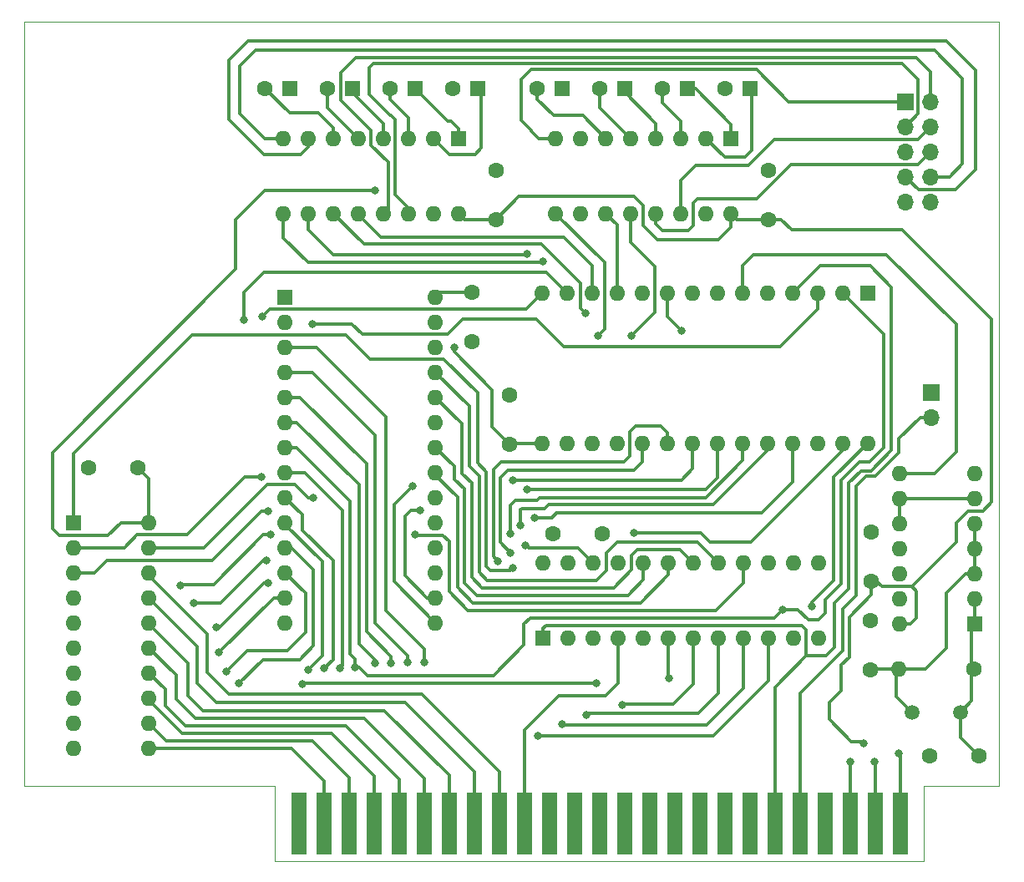
<source format=gbr>
%TF.GenerationSoftware,KiCad,Pcbnew,(6.0.2)*%
%TF.CreationDate,2022-07-07T08:16:39-05:00*%
%TF.ProjectId,ssc,7373632e-6b69-4636-9164-5f7063625858,rev?*%
%TF.SameCoordinates,Original*%
%TF.FileFunction,Copper,L2,Bot*%
%TF.FilePolarity,Positive*%
%FSLAX46Y46*%
G04 Gerber Fmt 4.6, Leading zero omitted, Abs format (unit mm)*
G04 Created by KiCad (PCBNEW (6.0.2)) date 2022-07-07 08:16:39*
%MOMM*%
%LPD*%
G01*
G04 APERTURE LIST*
%TA.AperFunction,Profile*%
%ADD10C,0.050000*%
%TD*%
%TA.AperFunction,ComponentPad*%
%ADD11R,1.700000X1.700000*%
%TD*%
%TA.AperFunction,ComponentPad*%
%ADD12O,1.700000X1.700000*%
%TD*%
%TA.AperFunction,ComponentPad*%
%ADD13R,1.600000X1.600000*%
%TD*%
%TA.AperFunction,ComponentPad*%
%ADD14O,1.600000X1.600000*%
%TD*%
%TA.AperFunction,ComponentPad*%
%ADD15C,1.600000*%
%TD*%
%TA.AperFunction,SMDPad,CuDef*%
%ADD16R,1.524000X6.350000*%
%TD*%
%TA.AperFunction,ComponentPad*%
%ADD17C,1.500000*%
%TD*%
%TA.AperFunction,ViaPad*%
%ADD18C,0.800000*%
%TD*%
%TA.AperFunction,Conductor*%
%ADD19C,0.350000*%
%TD*%
G04 APERTURE END LIST*
D10*
X127000000Y-127000000D02*
X192786000Y-127000000D01*
X192786000Y-119380000D02*
X200406000Y-119380000D01*
X127000000Y-119380000D02*
X127000000Y-127000000D01*
X101600000Y-41910000D02*
X101600000Y-119380000D01*
X101600000Y-41910000D02*
X200406000Y-41910000D01*
X101600000Y-119380000D02*
X127000000Y-119380000D01*
X200406000Y-41910000D02*
X200406000Y-119380000D01*
X192786000Y-119380000D02*
X192786000Y-127000000D01*
D11*
%TO.P,J2,1,DCD*%
%TO.N,Net-(J2-Pad1)*%
X190881000Y-50038000D03*
D12*
%TO.P,J2,2,RxD*%
%TO.N,Net-(J2-Pad2)*%
X193421000Y-50038000D03*
%TO.P,J2,3,TxD*%
%TO.N,Net-(J2-Pad3)*%
X190881000Y-52578000D03*
%TO.P,J2,4,DTR*%
%TO.N,Net-(J2-Pad4)*%
X193421000Y-52578000D03*
%TO.P,J2,5,GND*%
%TO.N,GND*%
X190881000Y-55118000D03*
%TO.P,J2,6,DSR*%
%TO.N,Net-(J2-Pad6)*%
X193421000Y-55118000D03*
%TO.P,J2,7,RTS*%
%TO.N,Net-(J2-Pad7)*%
X190881000Y-57658000D03*
%TO.P,J2,8,CTS*%
%TO.N,Net-(J2-Pad8)*%
X193421000Y-57658000D03*
%TO.P,J2,9,RI*%
%TO.N,unconnected-(J2-Pad9)*%
X190881000Y-60198000D03*
%TO.P,J2,10*%
%TO.N,N/C*%
X193421000Y-60198000D03*
%TD*%
D13*
%TO.P,U1,1,A->B*%
%TO.N,R~{W}*%
X106553000Y-92710000D03*
D14*
%TO.P,U1,2,A0*%
%TO.N,D7*%
X106553000Y-95250000D03*
%TO.P,U1,3,A1*%
%TO.N,D6*%
X106553000Y-97790000D03*
%TO.P,U1,4,A2*%
%TO.N,D5*%
X106553000Y-100330000D03*
%TO.P,U1,5,A3*%
%TO.N,D4*%
X106553000Y-102870000D03*
%TO.P,U1,6,A4*%
%TO.N,D3*%
X106553000Y-105410000D03*
%TO.P,U1,7,A5*%
%TO.N,D2*%
X106553000Y-107950000D03*
%TO.P,U1,8,A6*%
%TO.N,D1*%
X106553000Y-110490000D03*
%TO.P,U1,9,A7*%
%TO.N,D0*%
X106553000Y-113030000D03*
%TO.P,U1,10,GND*%
%TO.N,GND*%
X106553000Y-115570000D03*
%TO.P,U1,11,B7*%
%TO.N,MD0*%
X114173000Y-115570000D03*
%TO.P,U1,12,B6*%
%TO.N,MD1*%
X114173000Y-113030000D03*
%TO.P,U1,13,B5*%
%TO.N,MD2*%
X114173000Y-110490000D03*
%TO.P,U1,14,B4*%
%TO.N,MD3*%
X114173000Y-107950000D03*
%TO.P,U1,15,B3*%
%TO.N,MD4*%
X114173000Y-105410000D03*
%TO.P,U1,16,B2*%
%TO.N,MD5*%
X114173000Y-102870000D03*
%TO.P,U1,17,B1*%
%TO.N,MD6*%
X114173000Y-100330000D03*
%TO.P,U1,18,B0*%
%TO.N,MD7*%
X114173000Y-97790000D03*
%TO.P,U1,19,CE*%
%TO.N,~{LATCHCE}*%
X114173000Y-95250000D03*
%TO.P,U1,20,VCC*%
%TO.N,+5V*%
X114173000Y-92710000D03*
%TD*%
D13*
%TO.P,U2,1,A14*%
%TO.N,GND*%
X128016000Y-69850000D03*
D14*
%TO.P,U2,2,A12*%
X128016000Y-72390000D03*
%TO.P,U2,3,A7*%
%TO.N,A7*%
X128016000Y-74930000D03*
%TO.P,U2,4,A6*%
%TO.N,A6*%
X128016000Y-77470000D03*
%TO.P,U2,5,A5*%
%TO.N,A5*%
X128016000Y-80010000D03*
%TO.P,U2,6,A4*%
%TO.N,A4*%
X128016000Y-82550000D03*
%TO.P,U2,7,A3*%
%TO.N,A3*%
X128016000Y-85090000D03*
%TO.P,U2,8,A2*%
%TO.N,A2*%
X128016000Y-87630000D03*
%TO.P,U2,9,A1*%
%TO.N,A1*%
X128016000Y-90170000D03*
%TO.P,U2,10,A0*%
%TO.N,A0*%
X128016000Y-92710000D03*
%TO.P,U2,11,D0*%
%TO.N,D0*%
X128016000Y-95250000D03*
%TO.P,U2,12,D1*%
%TO.N,D1*%
X128016000Y-97790000D03*
%TO.P,U2,13,D2*%
%TO.N,D2*%
X128016000Y-100330000D03*
%TO.P,U2,14,GND*%
%TO.N,GND*%
X128016000Y-102870000D03*
%TO.P,U2,15,D3*%
%TO.N,D3*%
X143256000Y-102870000D03*
%TO.P,U2,16,D4*%
%TO.N,D4*%
X143256000Y-100330000D03*
%TO.P,U2,17,D5*%
%TO.N,D5*%
X143256000Y-97790000D03*
%TO.P,U2,18,D6*%
%TO.N,D6*%
X143256000Y-95250000D03*
%TO.P,U2,19,D7*%
%TO.N,D7*%
X143256000Y-92710000D03*
%TO.P,U2,20,~{CS}*%
%TO.N,GND*%
X143256000Y-90170000D03*
%TO.P,U2,21,A10*%
%TO.N,ROMA10*%
X143256000Y-87630000D03*
%TO.P,U2,22,~{OE}*%
%TO.N,~{ROMOE}*%
X143256000Y-85090000D03*
%TO.P,U2,23,A11*%
%TO.N,GND*%
X143256000Y-82550000D03*
%TO.P,U2,24,A9*%
%TO.N,ROMA9*%
X143256000Y-80010000D03*
%TO.P,U2,25,A8*%
%TO.N,ROMA8*%
X143256000Y-77470000D03*
%TO.P,U2,26,A13*%
%TO.N,GND*%
X143256000Y-74930000D03*
%TO.P,U2,27,~{WE}*%
%TO.N,+5V*%
X143256000Y-72390000D03*
%TO.P,U2,28,VCC*%
X143256000Y-69850000D03*
%TD*%
D13*
%TO.P,U7,1,C1+*%
%TO.N,Net-(C10-Pad1)*%
X173228000Y-53784500D03*
D14*
%TO.P,U7,2,VS+*%
%TO.N,Net-(C16-Pad1)*%
X170688000Y-53784500D03*
%TO.P,U7,3,C1-*%
%TO.N,Net-(C10-Pad2)*%
X168148000Y-53784500D03*
%TO.P,U7,4,C2+*%
%TO.N,Net-(C12-Pad1)*%
X165608000Y-53784500D03*
%TO.P,U7,5,C2-*%
%TO.N,Net-(C12-Pad2)*%
X163068000Y-53784500D03*
%TO.P,U7,6,VS-*%
%TO.N,Net-(C14-Pad2)*%
X160528000Y-53784500D03*
%TO.P,U7,7,T2OUT*%
%TO.N,unconnected-(U7-Pad7)*%
X157988000Y-53784500D03*
%TO.P,U7,8,R2IN*%
%TO.N,Net-(J2-Pad1)*%
X155448000Y-53784500D03*
%TO.P,U7,9,R2OUT*%
%TO.N,Net-(U5-Pad16)*%
X155448000Y-61404500D03*
%TO.P,U7,10,T2IN*%
%TO.N,GND*%
X157988000Y-61404500D03*
%TO.P,U7,11,T1IN*%
%TO.N,Net-(U5-Pad11)*%
X160528000Y-61404500D03*
%TO.P,U7,12,R1OUT*%
%TO.N,Net-(U5-Pad17)*%
X163068000Y-61404500D03*
%TO.P,U7,13,R1IN*%
%TO.N,Net-(J2-Pad6)*%
X165608000Y-61404500D03*
%TO.P,U7,14,T1OUT*%
%TO.N,Net-(J2-Pad4)*%
X168148000Y-61404500D03*
%TO.P,U7,15,GND*%
%TO.N,GND*%
X170688000Y-61404500D03*
%TO.P,U7,16,VCC*%
%TO.N,+5V*%
X173228000Y-61404500D03*
%TD*%
D15*
%TO.P,C2,1*%
%TO.N,+5V*%
X146940000Y-69380000D03*
%TO.P,C2,2*%
%TO.N,GND*%
X146940000Y-74380000D03*
%TD*%
%TO.P,C3,1*%
%TO.N,+5V*%
X150710000Y-84770000D03*
%TO.P,C3,2*%
%TO.N,GND*%
X150710000Y-79770000D03*
%TD*%
%TO.P,C4,1*%
%TO.N,+5V*%
X155180000Y-93820000D03*
%TO.P,C4,2*%
%TO.N,GND*%
X160180000Y-93820000D03*
%TD*%
%TO.P,C5,1*%
%TO.N,+5V*%
X187400000Y-98660000D03*
%TO.P,C5,2*%
%TO.N,GND*%
X187400000Y-93660000D03*
%TD*%
%TO.P,C7,1*%
%TO.N,+5V*%
X177038000Y-61976000D03*
%TO.P,C7,2*%
%TO.N,GND*%
X177038000Y-56976000D03*
%TD*%
D13*
%TO.P,C12,1*%
%TO.N,Net-(C12-Pad1)*%
X162433000Y-48704500D03*
D15*
%TO.P,C12,2*%
%TO.N,Net-(C12-Pad2)*%
X159933000Y-48704500D03*
%TD*%
D13*
%TO.P,C13,1*%
%TO.N,GND*%
X128460500Y-48704500D03*
D15*
%TO.P,C13,2*%
%TO.N,Net-(C13-Pad2)*%
X125960500Y-48704500D03*
%TD*%
D13*
%TO.P,C16,1*%
%TO.N,Net-(C16-Pad1)*%
X175133000Y-48704500D03*
D15*
%TO.P,C16,2*%
%TO.N,GND*%
X172633000Y-48704500D03*
%TD*%
D13*
%TO.P,C14,1*%
%TO.N,GND*%
X156083000Y-48704500D03*
D15*
%TO.P,C14,2*%
%TO.N,Net-(C14-Pad2)*%
X153583000Y-48704500D03*
%TD*%
D13*
%TO.P,U5,1,VSS*%
%TO.N,GND*%
X187080000Y-69430000D03*
D14*
%TO.P,U5,2,CS1*%
%TO.N,A3*%
X184540000Y-69430000D03*
%TO.P,U5,3,~{CS2}*%
%TO.N,A2*%
X182000000Y-69430000D03*
%TO.P,U5,4,~{RES}*%
%TO.N,~{RES}*%
X179460000Y-69430000D03*
%TO.P,U5,5,RxC*%
%TO.N,unconnected-(U5-Pad5)*%
X176920000Y-69430000D03*
%TO.P,U5,6,XTAL1*%
%TO.N,SERCLK*%
X174380000Y-69430000D03*
%TO.P,U5,7,XTAL2*%
%TO.N,unconnected-(U5-Pad7)*%
X171840000Y-69430000D03*
%TO.P,U5,8,~{RTS}*%
%TO.N,Net-(U5-Pad8)*%
X169300000Y-69430000D03*
%TO.P,U5,9,~{CTS}*%
%TO.N,Net-(U4-Pad2)*%
X166760000Y-69430000D03*
%TO.P,U5,10,TxD*%
%TO.N,Net-(U5-Pad10)*%
X164220000Y-69430000D03*
%TO.P,U5,11,~{DTR}*%
%TO.N,Net-(U5-Pad11)*%
X161680000Y-69430000D03*
%TO.P,U5,12,RxD*%
%TO.N,Net-(U5-Pad12)*%
X159140000Y-69430000D03*
%TO.P,U5,13,RS0*%
%TO.N,A0*%
X156600000Y-69430000D03*
%TO.P,U5,14,RS1*%
%TO.N,A1*%
X154060000Y-69430000D03*
%TO.P,U5,15,VCC*%
%TO.N,+5V*%
X154060000Y-84670000D03*
%TO.P,U5,16,~{DCD}*%
%TO.N,Net-(U5-Pad16)*%
X156600000Y-84670000D03*
%TO.P,U5,17,~{DSR}*%
%TO.N,Net-(U5-Pad17)*%
X159140000Y-84670000D03*
%TO.P,U5,18,D0*%
%TO.N,D0*%
X161680000Y-84670000D03*
%TO.P,U5,19,D1*%
%TO.N,D1*%
X164220000Y-84670000D03*
%TO.P,U5,20,D2*%
%TO.N,D2*%
X166760000Y-84670000D03*
%TO.P,U5,21,D3*%
%TO.N,D3*%
X169300000Y-84670000D03*
%TO.P,U5,22,D4*%
%TO.N,D4*%
X171840000Y-84670000D03*
%TO.P,U5,23,D5*%
%TO.N,D5*%
X174380000Y-84670000D03*
%TO.P,U5,24,D6*%
%TO.N,D6*%
X176920000Y-84670000D03*
%TO.P,U5,25,D7*%
%TO.N,D7*%
X179460000Y-84670000D03*
%TO.P,U5,26,~{IRQ}*%
%TO.N,Net-(J1-Pad1)*%
X182000000Y-84670000D03*
%TO.P,U5,27,\u03D52*%
%TO.N,PHI2*%
X184540000Y-84670000D03*
%TO.P,U5,28,R/~{W}*%
%TO.N,R~{W}*%
X187080000Y-84670000D03*
%TD*%
D15*
%TO.P,C1,1*%
%TO.N,+5V*%
X113100000Y-87170000D03*
%TO.P,C1,2*%
%TO.N,GND*%
X108100000Y-87170000D03*
%TD*%
D13*
%TO.P,C9,1*%
%TO.N,Net-(C9-Pad1)*%
X141160500Y-48704500D03*
D15*
%TO.P,C9,2*%
%TO.N,Net-(C9-Pad2)*%
X138660500Y-48704500D03*
%TD*%
D13*
%TO.P,U6,1,C1+*%
%TO.N,Net-(C9-Pad1)*%
X145605500Y-53784500D03*
D14*
%TO.P,U6,2,VS+*%
%TO.N,Net-(C15-Pad1)*%
X143065500Y-53784500D03*
%TO.P,U6,3,C1-*%
%TO.N,Net-(C9-Pad2)*%
X140525500Y-53784500D03*
%TO.P,U6,4,C2+*%
%TO.N,Net-(C11-Pad1)*%
X137985500Y-53784500D03*
%TO.P,U6,5,C2-*%
%TO.N,Net-(C11-Pad2)*%
X135445500Y-53784500D03*
%TO.P,U6,6,VS-*%
%TO.N,Net-(C13-Pad2)*%
X132905500Y-53784500D03*
%TO.P,U6,7,T2OUT*%
%TO.N,Net-(J2-Pad7)*%
X130365500Y-53784500D03*
%TO.P,U6,8,R2IN*%
%TO.N,Net-(J2-Pad8)*%
X127825500Y-53784500D03*
%TO.P,U6,9,R2OUT*%
%TO.N,Net-(U4-Pad2)*%
X127825500Y-61404500D03*
%TO.P,U6,10,T2IN*%
%TO.N,Net-(U5-Pad8)*%
X130365500Y-61404500D03*
%TO.P,U6,11,T1IN*%
%TO.N,Net-(U5-Pad10)*%
X132905500Y-61404500D03*
%TO.P,U6,12,R1OUT*%
%TO.N,Net-(U5-Pad12)*%
X135445500Y-61404500D03*
%TO.P,U6,13,R1IN*%
%TO.N,Net-(J2-Pad2)*%
X137985500Y-61404500D03*
%TO.P,U6,14,T1OUT*%
%TO.N,Net-(J2-Pad3)*%
X140525500Y-61404500D03*
%TO.P,U6,15,GND*%
%TO.N,GND*%
X143065500Y-61404500D03*
%TO.P,U6,16,VCC*%
%TO.N,+5V*%
X145605500Y-61404500D03*
%TD*%
D15*
%TO.P,C6,1*%
%TO.N,+5V*%
X149415500Y-61976000D03*
%TO.P,C6,2*%
%TO.N,GND*%
X149415500Y-56976000D03*
%TD*%
D13*
%TO.P,C15,1*%
%TO.N,Net-(C15-Pad1)*%
X147510500Y-48704500D03*
D15*
%TO.P,C15,2*%
%TO.N,GND*%
X145010500Y-48704500D03*
%TD*%
D13*
%TO.P,C11,1*%
%TO.N,Net-(C11-Pad1)*%
X134810500Y-48704500D03*
D15*
%TO.P,C11,2*%
%TO.N,Net-(C11-Pad2)*%
X132310500Y-48704500D03*
%TD*%
D13*
%TO.P,C10,1*%
%TO.N,Net-(C10-Pad1)*%
X168783000Y-48704500D03*
D15*
%TO.P,C10,2*%
%TO.N,Net-(C10-Pad2)*%
X166283000Y-48704500D03*
%TD*%
D16*
%TO.P,P1,26,GND*%
%TO.N,GND*%
X190373000Y-123190000D03*
%TO.P,P1,27,~{DMAIN}*%
%TO.N,Net-(P1-Pad24)*%
X187833000Y-123190000D03*
%TO.P,P1,28,~{INTIN}*%
%TO.N,Net-(P1-Pad23)*%
X185293000Y-123190000D03*
%TO.P,P1,29,~{NMI}*%
%TO.N,unconnected-(P1-Pad29)*%
X182753000Y-123190000D03*
%TO.P,P1,30,~{IRQ}*%
%TO.N,~{IRQ}*%
X180213000Y-123190000D03*
%TO.P,P1,31,~{RES}*%
%TO.N,~{RES}*%
X177673000Y-123190000D03*
%TO.P,P1,32,~{INH}*%
%TO.N,unconnected-(P1-Pad32)*%
X175133000Y-123190000D03*
%TO.P,P1,33,-12V*%
%TO.N,unconnected-(P1-Pad33)*%
X172593000Y-123190000D03*
%TO.P,P1,34,-5V*%
%TO.N,unconnected-(P1-Pad34)*%
X170053000Y-123190000D03*
%TO.P,P1,35,COLORREF/M2B0*%
%TO.N,unconnected-(P1-Pad35)*%
X167513000Y-123190000D03*
%TO.P,P1,36,7M*%
%TO.N,unconnected-(P1-Pad36)*%
X164973000Y-123190000D03*
%TO.P,P1,37,Q3*%
%TO.N,unconnected-(P1-Pad37)*%
X162433000Y-123190000D03*
%TO.P,P1,38,PHI1*%
%TO.N,unconnected-(P1-Pad38)*%
X159893000Y-123190000D03*
%TO.P,P1,39,USER1/SYNC/M2SEL*%
%TO.N,unconnected-(P1-Pad39)*%
X157353000Y-123190000D03*
%TO.P,P1,40,PHI0*%
%TO.N,unconnected-(P1-Pad40)*%
X154813000Y-123190000D03*
%TO.P,P1,41,~{DEVSEL}*%
%TO.N,~{DEVSEL}*%
X152273000Y-123190000D03*
%TO.P,P1,42,D7*%
%TO.N,MD7*%
X149733000Y-123190000D03*
%TO.P,P1,43,D6*%
%TO.N,MD6*%
X147193000Y-123190000D03*
%TO.P,P1,44,D5*%
%TO.N,MD5*%
X144653000Y-123190000D03*
%TO.P,P1,45,D4*%
%TO.N,MD4*%
X142113000Y-123190000D03*
%TO.P,P1,46,D3*%
%TO.N,MD3*%
X139573000Y-123190000D03*
%TO.P,P1,47,D2*%
%TO.N,MD2*%
X137033000Y-123190000D03*
%TO.P,P1,48,D1*%
%TO.N,MD1*%
X134493000Y-123190000D03*
%TO.P,P1,49,D0*%
%TO.N,MD0*%
X131953000Y-123190000D03*
%TO.P,P1,50,+12V*%
%TO.N,unconnected-(P1-Pad50)*%
X129413000Y-123190000D03*
%TD*%
D13*
%TO.P,U4,1,~{RES}*%
%TO.N,~{RES}*%
X154165000Y-104440000D03*
D14*
%TO.P,U4,2,CTS*%
%TO.N,Net-(U4-Pad2)*%
X156705000Y-104440000D03*
%TO.P,U4,3,~{IOSTRB}*%
%TO.N,~{IOSTRB}*%
X159245000Y-104440000D03*
%TO.P,U4,4,~{DEVSEL}*%
%TO.N,~{DEVSEL}*%
X161785000Y-104440000D03*
%TO.P,U4,5,~{IOSEL}*%
%TO.N,~{IOSEL}*%
X164325000Y-104440000D03*
%TO.P,U4,6,R~{W}*%
%TO.N,R~{W}*%
X166865000Y-104440000D03*
%TO.P,U4,7,A11*%
%TO.N,A11*%
X169405000Y-104440000D03*
%TO.P,U4,8,A10*%
%TO.N,A10*%
X171945000Y-104440000D03*
%TO.P,U4,9,A9*%
%TO.N,A9*%
X174485000Y-104440000D03*
%TO.P,U4,10,A8*%
%TO.N,A8*%
X177025000Y-104440000D03*
%TO.P,U4,11,A3*%
%TO.N,A3*%
X179565000Y-104440000D03*
%TO.P,U4,12,GND*%
%TO.N,GND*%
X182105000Y-104440000D03*
%TO.P,U4,13*%
%TO.N,N/C*%
X182105000Y-96820000D03*
%TO.P,U4,14*%
X179565000Y-96820000D03*
%TO.P,U4,15*%
X177025000Y-96820000D03*
%TO.P,U4,16,~{LATCHCE}*%
%TO.N,~{LATCHCE}*%
X174485000Y-96820000D03*
%TO.P,U4,17,ROMA8*%
%TO.N,ROMA8*%
X171945000Y-96820000D03*
%TO.P,U4,18,ROMA9*%
%TO.N,ROMA9*%
X169405000Y-96820000D03*
%TO.P,U4,19,ROMA10*%
%TO.N,ROMA10*%
X166865000Y-96820000D03*
%TO.P,U4,20,~{ROMOE}*%
%TO.N,~{ROMOE}*%
X164325000Y-96820000D03*
%TO.P,U4,21,PHI2*%
%TO.N,PHI2*%
X161785000Y-96820000D03*
%TO.P,U4,22,D0*%
%TO.N,D0*%
X159245000Y-96820000D03*
%TO.P,U4,23*%
%TO.N,N/C*%
X156705000Y-96820000D03*
%TO.P,U4,24,VCC*%
%TO.N,+5V*%
X154165000Y-96820000D03*
%TD*%
D11*
%TO.P,J1,1,Pin_1*%
%TO.N,Net-(J1-Pad1)*%
X193548000Y-79502000D03*
D12*
%TO.P,J1,2,Pin_2*%
%TO.N,~{IRQ}*%
X193548000Y-82042000D03*
%TD*%
D13*
%TO.P,U3,1*%
%TO.N,Net-(C8-Pad1)*%
X197900000Y-103000000D03*
D14*
%TO.P,U3,2*%
X197900000Y-100460000D03*
%TO.P,U3,3*%
%TO.N,Net-(C17-Pad1)*%
X197900000Y-97920000D03*
%TO.P,U3,4*%
X197900000Y-95380000D03*
%TO.P,U3,5*%
X197900000Y-92840000D03*
%TO.P,U3,6*%
%TO.N,Net-(U3-Pad6)*%
X197900000Y-90300000D03*
%TO.P,U3,7,GND*%
%TO.N,GND*%
X197900000Y-87760000D03*
%TO.P,U3,8*%
%TO.N,SERCLK*%
X190280000Y-87760000D03*
%TO.P,U3,9*%
%TO.N,Net-(U3-Pad6)*%
X190280000Y-90300000D03*
%TO.P,U3,10*%
X190280000Y-92840000D03*
%TO.P,U3,11*%
%TO.N,unconnected-(U3-Pad11)*%
X190280000Y-95380000D03*
%TO.P,U3,12*%
%TO.N,GND*%
X190280000Y-97920000D03*
%TO.P,U3,13*%
X190280000Y-100460000D03*
%TO.P,U3,14,VCC*%
%TO.N,+5V*%
X190280000Y-103000000D03*
%TD*%
D15*
%TO.P,C17,1*%
%TO.N,Net-(C17-Pad1)*%
X187300000Y-107660000D03*
%TO.P,C17,2*%
%TO.N,GND*%
X187300000Y-102660000D03*
%TD*%
D17*
%TO.P,Y1,1,1*%
%TO.N,Net-(C8-Pad1)*%
X196440000Y-111940000D03*
%TO.P,Y1,2,2*%
%TO.N,Net-(C17-Pad1)*%
X191560000Y-111940000D03*
%TD*%
D15*
%TO.P,R1,1*%
%TO.N,Net-(C8-Pad1)*%
X197800000Y-107530000D03*
D14*
%TO.P,R1,2*%
%TO.N,Net-(C17-Pad1)*%
X190180000Y-107530000D03*
%TD*%
D15*
%TO.P,C8,1*%
%TO.N,Net-(C8-Pad1)*%
X198330000Y-116370000D03*
%TO.P,C8,2*%
%TO.N,GND*%
X193330000Y-116370000D03*
%TD*%
D18*
%TO.N,+5V*%
X186690000Y-115110000D03*
X145130000Y-74960000D03*
X137120000Y-59070000D03*
%TO.N,GND*%
X190246000Y-116078000D03*
%TO.N,Net-(P1-Pad24)*%
X187750000Y-116920000D03*
%TO.N,Net-(P1-Pad23)*%
X185330000Y-116980000D03*
%TO.N,R~{W}*%
X151130000Y-97282000D03*
X166930000Y-108480000D03*
X181420000Y-101250000D03*
%TO.N,A11*%
X162170000Y-111200000D03*
%TO.N,A10*%
X158510000Y-112250000D03*
%TO.N,A9*%
X156060000Y-113190000D03*
%TO.N,A8*%
X153660000Y-114370000D03*
%TO.N,A7*%
X142140000Y-106900000D03*
%TO.N,A6*%
X140400000Y-106890000D03*
%TO.N,A5*%
X138760000Y-106930000D03*
%TO.N,A4*%
X137080000Y-106930000D03*
%TO.N,A3*%
X135070000Y-107410000D03*
X178400000Y-101530000D03*
%TO.N,A2*%
X133540000Y-107490000D03*
X130740000Y-72600000D03*
%TO.N,A1*%
X125680000Y-71840000D03*
X131990000Y-107460000D03*
%TO.N,A0*%
X123800000Y-72160000D03*
X130360000Y-107630000D03*
%TO.N,~{IOSEL}*%
X129750000Y-109090000D03*
X159590000Y-109040000D03*
%TO.N,D0*%
X152400000Y-94996000D03*
X123350000Y-109030000D03*
%TO.N,D1*%
X122050000Y-107800000D03*
X150876000Y-95758000D03*
%TO.N,D2*%
X149606000Y-96600000D03*
X121300000Y-105850000D03*
%TO.N,D3*%
X140950000Y-89000000D03*
X121020000Y-103320000D03*
X126310000Y-98880000D03*
X151130000Y-88392000D03*
%TO.N,D4*%
X118770000Y-100860000D03*
X126150000Y-96520000D03*
X141700000Y-91490000D03*
X152500000Y-89380000D03*
%TO.N,D5*%
X126510000Y-93970000D03*
X150876000Y-93844500D03*
X117410000Y-99090000D03*
%TO.N,D6*%
X126250000Y-91520000D03*
X151892000Y-92994500D03*
%TO.N,D7*%
X125590000Y-88070000D03*
X153285500Y-92210000D03*
%TO.N,~{LATCHCE}*%
X141190000Y-93920000D03*
X130890000Y-90190000D03*
%TO.N,Net-(U4-Pad2)*%
X154100000Y-66270000D03*
X168200000Y-73240000D03*
%TO.N,Net-(U5-Pad10)*%
X158420000Y-71460000D03*
%TO.N,Net-(U5-Pad8)*%
X152540000Y-65470000D03*
%TO.N,Net-(U5-Pad17)*%
X163120000Y-73750000D03*
%TO.N,Net-(U5-Pad16)*%
X159710000Y-73790000D03*
%TO.N,PHI2*%
X163330000Y-93790000D03*
%TD*%
D19*
%TO.N,Net-(U3-Pad6)*%
X190280000Y-92840000D02*
X190280000Y-90300000D01*
X197900000Y-90300000D02*
X190280000Y-90300000D01*
%TO.N,SERCLK*%
X190280000Y-87760000D02*
X193840000Y-87760000D01*
X196030000Y-85570000D02*
X196030000Y-72586000D01*
X193840000Y-87760000D02*
X196030000Y-85570000D01*
%TO.N,+5V*%
X173228000Y-62762000D02*
X171930000Y-64060000D01*
X105150000Y-94000000D02*
X104450000Y-93300000D01*
X114173000Y-88243000D02*
X113100000Y-87170000D01*
X145130000Y-75420000D02*
X145130000Y-74960000D01*
X173799500Y-61976000D02*
X173228000Y-61404500D01*
X185190000Y-102280000D02*
X187400000Y-100070000D01*
X165770000Y-64060000D02*
X164320000Y-62610000D01*
X146940000Y-69380000D02*
X143726000Y-69380000D01*
X191540000Y-99210000D02*
X196030000Y-94720000D01*
X125970000Y-59070000D02*
X137120000Y-59070000D01*
X177038000Y-61976000D02*
X173799500Y-61976000D01*
X150710000Y-84770000D02*
X148970000Y-83030000D01*
X123010000Y-67040000D02*
X123010000Y-62030000D01*
X196030000Y-92730000D02*
X197190000Y-91570000D01*
X183140000Y-112680000D02*
X183140000Y-110992000D01*
X110050000Y-94000000D02*
X105150000Y-94000000D01*
X148970000Y-83030000D02*
X148970000Y-79260000D01*
X150810000Y-84670000D02*
X150710000Y-84770000D01*
X199644000Y-90656000D02*
X199644000Y-72114000D01*
X164320000Y-62610000D02*
X164320000Y-60600000D01*
X149415500Y-61976000D02*
X146177000Y-61976000D01*
X148970000Y-79260000D02*
X145130000Y-75420000D01*
X185190000Y-106380000D02*
X185190000Y-102280000D01*
X187400000Y-100070000D02*
X187400000Y-98660000D01*
X197190000Y-91570000D02*
X198730000Y-91570000D01*
X198730000Y-91570000D02*
X199644000Y-90656000D01*
X164320000Y-60600000D02*
X163390000Y-59670000D01*
X196030000Y-94720000D02*
X196030000Y-92730000D01*
X179340000Y-63010000D02*
X178306000Y-61976000D01*
X111340000Y-92710000D02*
X110050000Y-94000000D01*
X192024000Y-102362000D02*
X192024000Y-99694000D01*
X151721500Y-59670000D02*
X149415500Y-61976000D01*
X123010000Y-62030000D02*
X125970000Y-59070000D01*
X192024000Y-99694000D02*
X191540000Y-99210000D01*
X186480000Y-114900000D02*
X185360000Y-114900000D01*
X104450000Y-85600000D02*
X123010000Y-67040000D01*
X163390000Y-59670000D02*
X151721500Y-59670000D01*
X114173000Y-92710000D02*
X111340000Y-92710000D01*
X187400000Y-98660000D02*
X187920000Y-98660000D01*
X184404000Y-109728000D02*
X184404000Y-107166000D01*
X185360000Y-114900000D02*
X183140000Y-112680000D01*
X173228000Y-61404500D02*
X173228000Y-62762000D01*
X143726000Y-69380000D02*
X143256000Y-69850000D01*
X190280000Y-103000000D02*
X191386000Y-103000000D01*
X186690000Y-115110000D02*
X186480000Y-114900000D01*
X154060000Y-84670000D02*
X150810000Y-84670000D01*
X187920000Y-98660000D02*
X188470000Y-99210000D01*
X190540000Y-63010000D02*
X179340000Y-63010000D01*
X183140000Y-110992000D02*
X184404000Y-109728000D01*
X199644000Y-72114000D02*
X190540000Y-63010000D01*
X191386000Y-103000000D02*
X192024000Y-102362000D01*
X171930000Y-64060000D02*
X165770000Y-64060000D01*
X104450000Y-93300000D02*
X104450000Y-85600000D01*
X188470000Y-99210000D02*
X191540000Y-99210000D01*
X146177000Y-61976000D02*
X145605500Y-61404500D01*
X114173000Y-92710000D02*
X114173000Y-88243000D01*
X178306000Y-61976000D02*
X177038000Y-61976000D01*
X184404000Y-107166000D02*
X185190000Y-106380000D01*
%TO.N,GND*%
X190246000Y-116078000D02*
X190373000Y-116205000D01*
X190373000Y-116205000D02*
X190373000Y-123190000D01*
%TO.N,Net-(C9-Pad2)*%
X138660500Y-48704500D02*
X138660500Y-49860500D01*
X138660500Y-49860500D02*
X140525500Y-51725500D01*
X140525500Y-51725500D02*
X140525500Y-53784500D01*
%TO.N,Net-(C9-Pad1)*%
X144850000Y-52050000D02*
X145605500Y-52805500D01*
X145605500Y-52805500D02*
X145605500Y-53784500D01*
X144506000Y-52050000D02*
X144850000Y-52050000D01*
X141160500Y-48704500D02*
X144506000Y-52050000D01*
%TO.N,Net-(C10-Pad2)*%
X166283000Y-50133000D02*
X168148000Y-51998000D01*
X166283000Y-48704500D02*
X166283000Y-50133000D01*
X168148000Y-51998000D02*
X168148000Y-53784500D01*
%TO.N,Net-(C10-Pad1)*%
X169604500Y-48704500D02*
X173228000Y-52328000D01*
X173228000Y-52328000D02*
X173228000Y-53784500D01*
X168783000Y-48704500D02*
X169604500Y-48704500D01*
%TO.N,Net-(C11-Pad1)*%
X134810500Y-49110500D02*
X137985500Y-52285500D01*
X134810500Y-48704500D02*
X134810500Y-49110500D01*
X137985500Y-52285500D02*
X137985500Y-53784500D01*
%TO.N,Net-(C11-Pad2)*%
X132310500Y-48704500D02*
X132310500Y-50649500D01*
X132310500Y-50649500D02*
X135445500Y-53784500D01*
%TO.N,Net-(C12-Pad1)*%
X162433000Y-48704500D02*
X162433000Y-49083000D01*
X162433000Y-49083000D02*
X165608000Y-52258000D01*
X165608000Y-52258000D02*
X165608000Y-53784500D01*
%TO.N,Net-(C12-Pad2)*%
X159933000Y-50649500D02*
X163068000Y-53784500D01*
X159933000Y-48704500D02*
X159933000Y-50649500D01*
%TO.N,Net-(C13-Pad2)*%
X132905500Y-52705500D02*
X132905500Y-53784500D01*
X131400000Y-51200000D02*
X132905500Y-52705500D01*
X128456000Y-51200000D02*
X131400000Y-51200000D01*
X125960500Y-48704500D02*
X128456000Y-51200000D01*
%TO.N,Net-(C14-Pad2)*%
X155200000Y-51450000D02*
X153583000Y-49833000D01*
X158193500Y-51450000D02*
X155200000Y-51450000D01*
X160528000Y-53784500D02*
X158193500Y-51450000D01*
X153583000Y-49833000D02*
X153583000Y-48704500D01*
%TO.N,Net-(C15-Pad1)*%
X147250000Y-55400000D02*
X147900000Y-54750000D01*
X147900000Y-54750000D02*
X147900000Y-49094000D01*
X143065500Y-53784500D02*
X144681000Y-55400000D01*
X147900000Y-49094000D02*
X147510500Y-48704500D01*
X144681000Y-55400000D02*
X147250000Y-55400000D01*
%TO.N,Net-(C16-Pad1)*%
X175330000Y-54970000D02*
X175330000Y-48901500D01*
X174600000Y-55700000D02*
X175330000Y-54970000D01*
X175330000Y-48901500D02*
X175133000Y-48704500D01*
X170688000Y-53784500D02*
X172603500Y-55700000D01*
X172603500Y-55700000D02*
X174600000Y-55700000D01*
%TO.N,~{IRQ}*%
X180213000Y-109987000D02*
X180213000Y-123190000D01*
X193548000Y-82042000D02*
X192388000Y-82042000D01*
X187800480Y-88009520D02*
X186900480Y-88009520D01*
X185870000Y-100100000D02*
X184510000Y-101460000D01*
X190210000Y-85600000D02*
X187800480Y-88009520D01*
X186900480Y-88009520D02*
X185870000Y-89040000D01*
X185870000Y-89040000D02*
X185870000Y-100100000D01*
X190210000Y-84220000D02*
X190210000Y-85600000D01*
X184510000Y-105690000D02*
X180213000Y-109987000D01*
X184510000Y-101460000D02*
X184510000Y-105690000D01*
X192388000Y-82042000D02*
X190210000Y-84220000D01*
%TO.N,Net-(J2-Pad1)*%
X152950000Y-52950000D02*
X152950000Y-53000000D01*
X151900000Y-51900000D02*
X152950000Y-52950000D01*
X179068000Y-50038000D02*
X175810000Y-46780000D01*
X152910000Y-46780000D02*
X151900000Y-47790000D01*
X175810000Y-46780000D02*
X152910000Y-46780000D01*
X153734500Y-53784500D02*
X155448000Y-53784500D01*
X190881000Y-50038000D02*
X179068000Y-50038000D01*
X152950000Y-53000000D02*
X153734500Y-53784500D01*
X151900000Y-47790000D02*
X151900000Y-51900000D01*
%TO.N,Net-(J2-Pad2)*%
X133635989Y-49875989D02*
X136690000Y-52930000D01*
X138440000Y-56210000D02*
X138440000Y-60950000D01*
X138440000Y-60950000D02*
X137985500Y-61404500D01*
X133635989Y-47114011D02*
X133635989Y-49875989D01*
X193421000Y-50038000D02*
X193421000Y-47021000D01*
X193421000Y-47021000D02*
X191960000Y-45560000D01*
X136690000Y-52930000D02*
X136690000Y-54460000D01*
X191960000Y-45560000D02*
X135190000Y-45560000D01*
X135190000Y-45560000D02*
X133635989Y-47114011D01*
X136690000Y-54460000D02*
X138440000Y-56210000D01*
%TO.N,Net-(J2-Pad3)*%
X136970000Y-46200000D02*
X136560000Y-46610000D01*
X190881000Y-52578000D02*
X192160000Y-51299000D01*
X190540000Y-46200000D02*
X136970000Y-46200000D01*
X136560000Y-49350000D02*
X138620000Y-51410000D01*
X140525500Y-60825500D02*
X140525500Y-61404500D01*
X192160000Y-51299000D02*
X192160000Y-47820000D01*
X192160000Y-47820000D02*
X190540000Y-46200000D01*
X138620000Y-51410000D02*
X138690000Y-51410000D01*
X138690000Y-51410000D02*
X139160011Y-51880011D01*
X139160011Y-59460011D02*
X140525500Y-60825500D01*
X136560000Y-46610000D02*
X136560000Y-49350000D01*
X139160011Y-51880011D02*
X139160011Y-59460011D01*
%TO.N,Net-(J2-Pad4)*%
X169590000Y-56550000D02*
X168148000Y-57992000D01*
X177630000Y-53860000D02*
X174940000Y-56550000D01*
X174940000Y-56550000D02*
X169590000Y-56550000D01*
X193421000Y-52578000D02*
X192139000Y-53860000D01*
X192139000Y-53860000D02*
X177630000Y-53860000D01*
X168148000Y-57992000D02*
X168148000Y-61404500D01*
%TO.N,Net-(J2-Pad6)*%
X179285010Y-56390000D02*
X175785010Y-59890000D01*
X168850000Y-63120000D02*
X166270000Y-63120000D01*
X169380000Y-60330000D02*
X169380000Y-62590000D01*
X169820000Y-59890000D02*
X169380000Y-60330000D01*
X169380000Y-62590000D02*
X168850000Y-63120000D01*
X175785010Y-59890000D02*
X169820000Y-59890000D01*
X192149000Y-56390000D02*
X179285010Y-56390000D01*
X165608000Y-62458000D02*
X165608000Y-61404500D01*
X166270000Y-63120000D02*
X165608000Y-62458000D01*
X193421000Y-55118000D02*
X192149000Y-56390000D01*
%TO.N,Net-(J2-Pad7)*%
X122290000Y-45840000D02*
X122290000Y-51840000D01*
X197960000Y-56940000D02*
X197960000Y-46830000D01*
X190881000Y-57658000D02*
X192196489Y-58973489D01*
X195926511Y-58973489D02*
X197960000Y-56940000D01*
X122290000Y-51840000D02*
X125880000Y-55430000D01*
X129580000Y-55430000D02*
X130365500Y-54644500D01*
X130365500Y-54644500D02*
X130365500Y-53784500D01*
X125880000Y-55430000D02*
X129580000Y-55430000D01*
X195020000Y-43890000D02*
X124240000Y-43890000D01*
X192196489Y-58973489D02*
X195926511Y-58973489D01*
X124240000Y-43890000D02*
X122290000Y-45840000D01*
X197960000Y-46830000D02*
X195020000Y-43890000D01*
%TO.N,Net-(J2-Pad8)*%
X196660000Y-56330000D02*
X196660000Y-47700000D01*
X195332000Y-57658000D02*
X196660000Y-56330000D01*
X123420000Y-46430000D02*
X123420000Y-51260000D01*
X193810000Y-44850000D02*
X125000000Y-44850000D01*
X125944500Y-53784500D02*
X127825500Y-53784500D01*
X125000000Y-44850000D02*
X123420000Y-46430000D01*
X196660000Y-47700000D02*
X193810000Y-44850000D01*
X193421000Y-57658000D02*
X195332000Y-57658000D01*
X123420000Y-51260000D02*
X125944500Y-53784500D01*
%TO.N,Net-(P1-Pad24)*%
X187833000Y-117003000D02*
X187750000Y-116920000D01*
X187833000Y-123190000D02*
X187833000Y-117003000D01*
%TO.N,Net-(P1-Pad23)*%
X185330000Y-116980000D02*
X185293000Y-117017000D01*
X185293000Y-117017000D02*
X185293000Y-123190000D01*
%TO.N,R~{W}*%
X148400000Y-87580000D02*
X147490000Y-86670000D01*
X166930000Y-108480000D02*
X166930000Y-108430000D01*
X106553000Y-85697000D02*
X106553000Y-92710000D01*
X166930000Y-108430000D02*
X166865000Y-108365000D01*
X183642000Y-88108000D02*
X187080000Y-84670000D01*
X148820000Y-97560000D02*
X148400000Y-97140000D01*
X148400000Y-97140000D02*
X148400000Y-87580000D01*
X181420000Y-100774000D02*
X183642000Y-98552000D01*
X166865000Y-108365000D02*
X166865000Y-104440000D01*
X144100000Y-76160000D02*
X136620000Y-76160000D01*
X147490000Y-86670000D02*
X147490000Y-79550000D01*
X118590000Y-73660000D02*
X106553000Y-85697000D01*
X150852000Y-97560000D02*
X148820000Y-97560000D01*
X134120000Y-73660000D02*
X118590000Y-73660000D01*
X151130000Y-97282000D02*
X150852000Y-97560000D01*
X183642000Y-98552000D02*
X183642000Y-88108000D01*
X181420000Y-101250000D02*
X181420000Y-100774000D01*
X147490000Y-79550000D02*
X144100000Y-76160000D01*
X136620000Y-76160000D02*
X134120000Y-73660000D01*
%TO.N,A11*%
X162210000Y-111160000D02*
X167330000Y-111160000D01*
X162170000Y-111200000D02*
X162210000Y-111160000D01*
X167330000Y-111160000D02*
X169405000Y-109085000D01*
X169405000Y-109085000D02*
X169405000Y-104440000D01*
%TO.N,A10*%
X171945000Y-110005000D02*
X171945000Y-104440000D01*
X158510000Y-112250000D02*
X158690000Y-112070000D01*
X158690000Y-112070000D02*
X169880000Y-112070000D01*
X169880000Y-112070000D02*
X171945000Y-110005000D01*
%TO.N,A9*%
X156090000Y-113220000D02*
X170770000Y-113220000D01*
X174485000Y-109505000D02*
X174485000Y-104440000D01*
X170770000Y-113220000D02*
X174485000Y-109505000D01*
X156060000Y-113190000D02*
X156090000Y-113220000D01*
%TO.N,A8*%
X153660000Y-114370000D02*
X153730000Y-114300000D01*
X177025000Y-108725000D02*
X177025000Y-104440000D01*
X171450000Y-114300000D02*
X177025000Y-108725000D01*
X153730000Y-114300000D02*
X171450000Y-114300000D01*
%TO.N,A7*%
X142150000Y-106890000D02*
X142150000Y-105525000D01*
X142150000Y-105525000D02*
X138225000Y-101600000D01*
X142140000Y-106900000D02*
X142150000Y-106890000D01*
X138225000Y-82000000D02*
X131155000Y-74930000D01*
X138225000Y-101600000D02*
X138225000Y-82000000D01*
X131155000Y-74930000D02*
X128016000Y-74930000D01*
%TO.N,A6*%
X137160000Y-83820000D02*
X130810000Y-77470000D01*
X130810000Y-77470000D02*
X128016000Y-77470000D01*
X137160000Y-102935000D02*
X137160000Y-83820000D01*
X140400000Y-106890000D02*
X140400000Y-106175000D01*
X140400000Y-106175000D02*
X137160000Y-102935000D01*
%TO.N,A5*%
X138760000Y-106930000D02*
X138760000Y-106285000D01*
X136230000Y-86730000D02*
X129510000Y-80010000D01*
X138760000Y-106285000D02*
X136230000Y-103755000D01*
X136230000Y-103755000D02*
X136230000Y-86730000D01*
X129510000Y-80010000D02*
X128016000Y-80010000D01*
%TO.N,A4*%
X137080000Y-106655000D02*
X135480000Y-105055000D01*
X137080000Y-106930000D02*
X137080000Y-106655000D01*
X129150000Y-82550000D02*
X128016000Y-82550000D01*
X135480000Y-105055000D02*
X135480000Y-88880000D01*
X135480000Y-88880000D02*
X129150000Y-82550000D01*
%TO.N,A3*%
X135550000Y-107410000D02*
X135070000Y-107410000D01*
X152220000Y-105150000D02*
X149170000Y-108200000D01*
X152220000Y-103000000D02*
X152220000Y-105150000D01*
X178400000Y-101530000D02*
X179970000Y-101530000D01*
X178400000Y-101530000D02*
X177568000Y-102362000D01*
X152858000Y-102362000D02*
X152220000Y-103000000D01*
X182080000Y-102600000D02*
X182790000Y-101890000D01*
X182790000Y-100540000D02*
X184404000Y-98926000D01*
X188722000Y-73612000D02*
X184540000Y-69430000D01*
X135070000Y-106520000D02*
X134610000Y-106060000D01*
X149170000Y-108200000D02*
X136340000Y-108200000D01*
X177568000Y-102362000D02*
X152858000Y-102362000D01*
X135070000Y-107410000D02*
X135070000Y-106520000D01*
X184404000Y-98926000D02*
X184404000Y-88392000D01*
X186196000Y-86600000D02*
X187212000Y-86600000D01*
X129190000Y-85090000D02*
X128016000Y-85090000D01*
X188722000Y-85090000D02*
X188722000Y-73612000D01*
X187212000Y-86600000D02*
X188722000Y-85090000D01*
X184404000Y-88392000D02*
X186196000Y-86600000D01*
X134610000Y-90510000D02*
X129190000Y-85090000D01*
X181040000Y-102600000D02*
X182080000Y-102600000D01*
X179970000Y-101530000D02*
X181040000Y-102600000D01*
X182790000Y-101890000D02*
X182790000Y-100540000D01*
X134610000Y-106060000D02*
X134610000Y-90510000D01*
X136340000Y-108200000D02*
X135550000Y-107410000D01*
%TO.N,A2*%
X134760000Y-72580000D02*
X130760000Y-72580000D01*
X147890000Y-72130000D02*
X145990000Y-72130000D01*
X156260000Y-74890000D02*
X153470000Y-72100000D01*
X178210000Y-74890000D02*
X156260000Y-74890000D01*
X145990000Y-72130000D02*
X144480000Y-73640000D01*
X133840000Y-91470000D02*
X130000000Y-87630000D01*
X147920000Y-72100000D02*
X147890000Y-72130000D01*
X133840000Y-107190000D02*
X133840000Y-91470000D01*
X182000000Y-71100000D02*
X178210000Y-74890000D01*
X135820000Y-73640000D02*
X134760000Y-72580000D01*
X130760000Y-72580000D02*
X130740000Y-72600000D01*
X130000000Y-87630000D02*
X128016000Y-87630000D01*
X153470000Y-72100000D02*
X147920000Y-72100000D01*
X182000000Y-69430000D02*
X182000000Y-71100000D01*
X144480000Y-73640000D02*
X135820000Y-73640000D01*
X133540000Y-107490000D02*
X133840000Y-107190000D01*
%TO.N,A1*%
X132850000Y-106600000D02*
X132850000Y-96580000D01*
X126430000Y-71090000D02*
X125680000Y-71840000D01*
X131990000Y-107460000D02*
X132850000Y-106600000D01*
X152410000Y-71080000D02*
X143070000Y-71080000D01*
X129770000Y-91924000D02*
X128016000Y-90170000D01*
X126430000Y-71090000D02*
X143060000Y-71090000D01*
X154060000Y-69430000D02*
X152410000Y-71080000D01*
X143070000Y-71080000D02*
X143060000Y-71090000D01*
X129770000Y-93500000D02*
X129770000Y-91924000D01*
X132850000Y-96580000D02*
X129770000Y-93500000D01*
%TO.N,A0*%
X131750000Y-96670000D02*
X128016000Y-92936000D01*
X123800000Y-69380000D02*
X123800000Y-72160000D01*
X131750000Y-106240000D02*
X131750000Y-96670000D01*
X154480000Y-67310000D02*
X125870000Y-67310000D01*
X128016000Y-92936000D02*
X128016000Y-92710000D01*
X125870000Y-67310000D02*
X123800000Y-69380000D01*
X156600000Y-69430000D02*
X154480000Y-67310000D01*
X130360000Y-107630000D02*
X131750000Y-106240000D01*
%TO.N,~{IOSEL}*%
X129800000Y-109040000D02*
X129750000Y-109090000D01*
X159590000Y-109040000D02*
X129800000Y-109040000D01*
%TO.N,~{RES}*%
X182812000Y-106240000D02*
X183670000Y-105382000D01*
X186390000Y-87460000D02*
X187368000Y-87460000D01*
X185130000Y-88720000D02*
X186390000Y-87460000D01*
X154456000Y-103124000D02*
X154165000Y-103415000D01*
X180830000Y-106240000D02*
X177673000Y-109397000D01*
X154165000Y-103415000D02*
X154165000Y-104440000D01*
X183670000Y-100875000D02*
X185130000Y-99415000D01*
X189480000Y-68860000D02*
X187290000Y-66670000D01*
X180830000Y-103560000D02*
X180394000Y-103124000D01*
X185130000Y-99415000D02*
X185130000Y-88720000D01*
X180394000Y-103124000D02*
X154456000Y-103124000D01*
X189480000Y-85348000D02*
X189480000Y-68860000D01*
X177673000Y-109397000D02*
X177673000Y-123190000D01*
X187290000Y-66670000D02*
X182220000Y-66670000D01*
X183670000Y-105382000D02*
X183670000Y-100875000D01*
X180830000Y-106240000D02*
X180830000Y-103560000D01*
X182220000Y-66670000D02*
X179460000Y-69430000D01*
X187368000Y-87460000D02*
X189480000Y-85348000D01*
X180830000Y-106240000D02*
X182812000Y-106240000D01*
%TO.N,~{DEVSEL}*%
X161785000Y-108965000D02*
X160490000Y-110260000D01*
X152273000Y-113767000D02*
X152273000Y-123190000D01*
X155780000Y-110260000D02*
X152273000Y-113767000D01*
X161785000Y-104440000D02*
X161785000Y-108965000D01*
X160490000Y-110260000D02*
X155780000Y-110260000D01*
%TO.N,D0*%
X123350000Y-109030000D02*
X125760000Y-106620000D01*
X128680000Y-95250000D02*
X128016000Y-95250000D01*
X129500000Y-106620000D02*
X130890000Y-105230000D01*
X130890000Y-97460000D02*
X128680000Y-95250000D01*
X125760000Y-106620000D02*
X129500000Y-106620000D01*
X130890000Y-105230000D02*
X130890000Y-97460000D01*
X152400000Y-94996000D02*
X152674000Y-95270000D01*
X152674000Y-95270000D02*
X157695000Y-95270000D01*
X157695000Y-95270000D02*
X159245000Y-96820000D01*
%TO.N,D1*%
X149810000Y-88188000D02*
X150548000Y-87450000D01*
X130050000Y-99824000D02*
X128016000Y-97790000D01*
X150876000Y-95758000D02*
X149810000Y-94692000D01*
X149810000Y-94692000D02*
X149810000Y-88188000D01*
X130050000Y-103870000D02*
X130050000Y-99824000D01*
X124190000Y-105660000D02*
X128260000Y-105660000D01*
X128260000Y-105660000D02*
X130050000Y-103870000D01*
X150548000Y-87450000D02*
X163350000Y-87450000D01*
X163350000Y-87450000D02*
X164220000Y-86580000D01*
X164220000Y-86580000D02*
X164220000Y-84670000D01*
X122050000Y-107800000D02*
X124190000Y-105660000D01*
%TO.N,D2*%
X163510000Y-82930000D02*
X166070000Y-82930000D01*
X126840000Y-100330000D02*
X128016000Y-100330000D01*
X149606000Y-96600000D02*
X149140000Y-96134000D01*
X121320000Y-105850000D02*
X126840000Y-100330000D01*
X162940000Y-83500000D02*
X163510000Y-82930000D01*
X162940000Y-85970000D02*
X162940000Y-83500000D01*
X166760000Y-83620000D02*
X166760000Y-84670000D01*
X162330000Y-86580000D02*
X162940000Y-85970000D01*
X121300000Y-105850000D02*
X121320000Y-105850000D01*
X149140000Y-87334000D02*
X149894000Y-86580000D01*
X166070000Y-82930000D02*
X166760000Y-83620000D01*
X149140000Y-96134000D02*
X149140000Y-87334000D01*
X149894000Y-86580000D02*
X162330000Y-86580000D01*
%TO.N,D3*%
X121020000Y-103320000D02*
X121380000Y-103320000D01*
X151168000Y-88430000D02*
X168150000Y-88430000D01*
X169300000Y-87280000D02*
X169300000Y-84670000D01*
X143256000Y-102870000D02*
X139030000Y-98644000D01*
X139030000Y-98644000D02*
X139030000Y-90920000D01*
X139030000Y-90920000D02*
X140950000Y-89000000D01*
X121380000Y-103320000D02*
X125820000Y-98880000D01*
X168150000Y-88430000D02*
X169300000Y-87280000D01*
X125820000Y-98880000D02*
X126310000Y-98880000D01*
X151130000Y-88392000D02*
X151168000Y-88430000D01*
%TO.N,D4*%
X170660000Y-89340000D02*
X171840000Y-88160000D01*
X140140000Y-98100000D02*
X140140000Y-92110000D01*
X118770000Y-100860000D02*
X121440000Y-100860000D01*
X171840000Y-88160000D02*
X171840000Y-84670000D01*
X140760000Y-91490000D02*
X141700000Y-91490000D01*
X121440000Y-100860000D02*
X125780000Y-96520000D01*
X143256000Y-100330000D02*
X142370000Y-100330000D01*
X140140000Y-98100000D02*
X142370000Y-100330000D01*
X152540000Y-89340000D02*
X170660000Y-89340000D01*
X152500000Y-89380000D02*
X152540000Y-89340000D01*
X140140000Y-92110000D02*
X140760000Y-91490000D01*
X125780000Y-96520000D02*
X126150000Y-96520000D01*
%TO.N,D5*%
X153506000Y-90424000D02*
X153760000Y-90170000D01*
X170607138Y-90170000D02*
X174380000Y-86397138D01*
X117410000Y-99090000D02*
X117510000Y-98990000D01*
X153760000Y-90170000D02*
X170607138Y-90170000D01*
X151384000Y-90424000D02*
X153506000Y-90424000D01*
X150876000Y-90932000D02*
X151384000Y-90424000D01*
X150876000Y-93844500D02*
X150876000Y-90932000D01*
X120650000Y-98990000D02*
X120740000Y-98990000D01*
X117510000Y-98990000D02*
X120650000Y-98990000D01*
X120740000Y-98990000D02*
X125760000Y-93970000D01*
X174380000Y-86397138D02*
X174380000Y-84670000D01*
X125760000Y-93970000D02*
X126510000Y-93970000D01*
%TO.N,D6*%
X109970000Y-96530000D02*
X108710000Y-97790000D01*
X125590000Y-91520000D02*
X120580000Y-96530000D01*
X171370000Y-90920000D02*
X176920000Y-85370000D01*
X154710000Y-90920000D02*
X171370000Y-90920000D01*
X151892000Y-92994500D02*
X151892000Y-91428000D01*
X151892000Y-91428000D02*
X152030000Y-91290000D01*
X176920000Y-85370000D02*
X176920000Y-84670000D01*
X152030000Y-91290000D02*
X154340000Y-91290000D01*
X126250000Y-91520000D02*
X125590000Y-91520000D01*
X108710000Y-97790000D02*
X106553000Y-97790000D01*
X154340000Y-91290000D02*
X154710000Y-90920000D01*
X120580000Y-96530000D02*
X109970000Y-96530000D01*
%TO.N,D7*%
X179460000Y-88600000D02*
X179460000Y-84670000D01*
X153285500Y-92210000D02*
X155050000Y-92210000D01*
X111700000Y-95250000D02*
X106553000Y-95250000D01*
X176300000Y-91760000D02*
X179460000Y-88600000D01*
X155500000Y-91760000D02*
X176300000Y-91760000D01*
X113000000Y-93950000D02*
X111700000Y-95250000D01*
X125590000Y-88070000D02*
X123940000Y-88070000D01*
X118060000Y-93950000D02*
X113000000Y-93950000D01*
X123940000Y-88070000D02*
X118060000Y-93950000D01*
X155050000Y-92210000D02*
X155500000Y-91760000D01*
%TO.N,~{LATCHCE}*%
X146558000Y-101600000D02*
X171690000Y-101600000D01*
X141250000Y-93980000D02*
X144018000Y-93980000D01*
X144630000Y-99672000D02*
X146558000Y-101600000D01*
X171690000Y-101600000D02*
X174485000Y-98805000D01*
X144630000Y-94592000D02*
X144630000Y-99672000D01*
X141190000Y-93920000D02*
X141250000Y-93980000D01*
X144018000Y-93980000D02*
X144630000Y-94592000D01*
X126160000Y-88830000D02*
X119740000Y-95250000D01*
X130890000Y-90190000D02*
X130360000Y-90190000D01*
X130360000Y-90190000D02*
X129000000Y-88830000D01*
X174485000Y-98805000D02*
X174485000Y-96820000D01*
X129000000Y-88830000D02*
X126160000Y-88830000D01*
X119740000Y-95250000D02*
X114173000Y-95250000D01*
%TO.N,ROMA10*%
X143256000Y-87884000D02*
X145460000Y-90088000D01*
X166865000Y-98035000D02*
X166865000Y-96820000D01*
X143256000Y-87630000D02*
X143256000Y-87884000D01*
X147008000Y-100838000D02*
X164062000Y-100838000D01*
X145460000Y-99290000D02*
X147008000Y-100838000D01*
X164062000Y-100838000D02*
X166865000Y-98035000D01*
X145460000Y-90088000D02*
X145460000Y-99290000D01*
%TO.N,~{ROMOE}*%
X164325000Y-96820000D02*
X164325000Y-98515000D01*
X145180480Y-88330480D02*
X145180480Y-87014480D01*
X146160000Y-98810000D02*
X146160000Y-89310000D01*
X146160000Y-89310000D02*
X145180480Y-88330480D01*
X162764000Y-100076000D02*
X147426000Y-100076000D01*
X147426000Y-100076000D02*
X146160000Y-98810000D01*
X164325000Y-98515000D02*
X162764000Y-100076000D01*
X145180480Y-87014480D02*
X143256000Y-85090000D01*
%TO.N,ROMA9*%
X163150489Y-97479511D02*
X161316000Y-99314000D01*
X145950000Y-82704000D02*
X143256000Y-80010000D01*
X147974000Y-99314000D02*
X146910000Y-98250000D01*
X163740000Y-95420000D02*
X163150489Y-96009511D01*
X161316000Y-99314000D02*
X147974000Y-99314000D01*
X145950000Y-87730000D02*
X145950000Y-82704000D01*
X168005000Y-95420000D02*
X163740000Y-95420000D01*
X163150489Y-96009511D02*
X163150489Y-97479511D01*
X146910000Y-98250000D02*
X146910000Y-88690000D01*
X146910000Y-88690000D02*
X145950000Y-87730000D01*
X169405000Y-96820000D02*
X168005000Y-95420000D01*
%TO.N,ROMA8*%
X160540000Y-95830000D02*
X160540000Y-97580000D01*
X171945000Y-96820000D02*
X169805000Y-94680000D01*
X148442000Y-98552000D02*
X147670000Y-97780000D01*
X147670000Y-88040000D02*
X146650000Y-87020000D01*
X146650000Y-80864000D02*
X143256000Y-77470000D01*
X169805000Y-94680000D02*
X161690000Y-94680000D01*
X160540000Y-97580000D02*
X159568000Y-98552000D01*
X161690000Y-94680000D02*
X160540000Y-95830000D01*
X146650000Y-87020000D02*
X146650000Y-80864000D01*
X159568000Y-98552000D02*
X148442000Y-98552000D01*
X147670000Y-97780000D02*
X147670000Y-88040000D01*
%TO.N,SERCLK*%
X174380000Y-66666000D02*
X174380000Y-69430000D01*
X175514000Y-65532000D02*
X174380000Y-66666000D01*
X188976000Y-65532000D02*
X175514000Y-65532000D01*
X196030000Y-72586000D02*
X188976000Y-65532000D01*
%TO.N,Net-(U4-Pad2)*%
X154100000Y-66270000D02*
X154000000Y-66370000D01*
X127825500Y-63885500D02*
X127825500Y-61404500D01*
X166760000Y-69430000D02*
X166760000Y-71800000D01*
X130310000Y-66370000D02*
X127825500Y-63885500D01*
X166760000Y-71800000D02*
X168200000Y-73240000D01*
X154000000Y-66370000D02*
X130310000Y-66370000D01*
%TO.N,Net-(U5-Pad12)*%
X135445500Y-61404500D02*
X135445500Y-61525500D01*
X159140000Y-66700000D02*
X159140000Y-69430000D01*
X156265000Y-63825000D02*
X159140000Y-66700000D01*
X137745000Y-63825000D02*
X156265000Y-63825000D01*
X135445500Y-61525500D02*
X137745000Y-63825000D01*
%TO.N,Net-(U5-Pad11)*%
X161680000Y-62556500D02*
X160528000Y-61404500D01*
X161680000Y-69430000D02*
X161680000Y-62556500D01*
%TO.N,Net-(U5-Pad10)*%
X157920000Y-70960000D02*
X157920000Y-68450000D01*
X153980000Y-64510000D02*
X136011000Y-64510000D01*
X136011000Y-64510000D02*
X132905500Y-61404500D01*
X157920000Y-68450000D02*
X153980000Y-64510000D01*
X158420000Y-71460000D02*
X157920000Y-70960000D01*
%TO.N,Net-(U5-Pad8)*%
X130365500Y-63005500D02*
X130365500Y-61404500D01*
X152470000Y-65540000D02*
X132900000Y-65540000D01*
X152540000Y-65470000D02*
X152470000Y-65540000D01*
X132900000Y-65540000D02*
X130365500Y-63005500D01*
%TO.N,Net-(U5-Pad17)*%
X165480000Y-71390000D02*
X165480000Y-66730000D01*
X163068000Y-64318000D02*
X163068000Y-61404500D01*
X165480000Y-66730000D02*
X163068000Y-64318000D01*
X163120000Y-73750000D02*
X165480000Y-71390000D01*
%TO.N,Net-(U5-Pad16)*%
X159710000Y-73790000D02*
X160390000Y-73110000D01*
X160390000Y-73110000D02*
X160390000Y-66346500D01*
X160390000Y-66346500D02*
X155448000Y-61404500D01*
%TO.N,PHI2*%
X171070000Y-94680000D02*
X175250000Y-94680000D01*
X175250000Y-94680000D02*
X184540000Y-85390000D01*
X170180000Y-93790000D02*
X171070000Y-94680000D01*
X184540000Y-85390000D02*
X184540000Y-84670000D01*
X163330000Y-93790000D02*
X170180000Y-93790000D01*
%TO.N,MD7*%
X120110000Y-107920000D02*
X120110000Y-104040000D01*
X149733000Y-118003000D02*
X141860000Y-110130000D01*
X122320000Y-110130000D02*
X120110000Y-107920000D01*
X141860000Y-110130000D02*
X122320000Y-110130000D01*
X120110000Y-104040000D02*
X114173000Y-98103000D01*
X114173000Y-98103000D02*
X114173000Y-97790000D01*
X149733000Y-123190000D02*
X149733000Y-118003000D01*
%TO.N,MD6*%
X119080000Y-108970000D02*
X119080000Y-105237000D01*
X119080000Y-105237000D02*
X114173000Y-100330000D01*
X121060000Y-110950000D02*
X119080000Y-108970000D01*
X147193000Y-117943000D02*
X140200000Y-110950000D01*
X147193000Y-123190000D02*
X147193000Y-117943000D01*
X140200000Y-110950000D02*
X121060000Y-110950000D01*
%TO.N,MD5*%
X138090000Y-111790000D02*
X119670000Y-111790000D01*
X144653000Y-118353000D02*
X138090000Y-111790000D01*
X114173000Y-102983000D02*
X114173000Y-102870000D01*
X118150000Y-110270000D02*
X118150000Y-106960000D01*
X119670000Y-111790000D02*
X118150000Y-110270000D01*
X144653000Y-123190000D02*
X144653000Y-118353000D01*
X118150000Y-106960000D02*
X114173000Y-102983000D01*
%TO.N,MD4*%
X135980000Y-112560000D02*
X118910000Y-112560000D01*
X142113000Y-118693000D02*
X135980000Y-112560000D01*
X142113000Y-123190000D02*
X142113000Y-118693000D01*
X118910000Y-112560000D02*
X116950000Y-110600000D01*
X116950000Y-110600000D02*
X116950000Y-108187000D01*
X116950000Y-108187000D02*
X114173000Y-105410000D01*
%TO.N,MD3*%
X115860000Y-109637000D02*
X114173000Y-107950000D01*
X134170000Y-113330000D02*
X117920000Y-113330000D01*
X139573000Y-123190000D02*
X139573000Y-118733000D01*
X139573000Y-118733000D02*
X134170000Y-113330000D01*
X115860000Y-111270000D02*
X115860000Y-109637000D01*
X117920000Y-113330000D02*
X115860000Y-111270000D01*
%TO.N,MD2*%
X117550000Y-114090000D02*
X114173000Y-110713000D01*
X137033000Y-123190000D02*
X137033000Y-118443000D01*
X137033000Y-118443000D02*
X132680000Y-114090000D01*
X132680000Y-114090000D02*
X117550000Y-114090000D01*
X114173000Y-110713000D02*
X114173000Y-110490000D01*
%TO.N,MD1*%
X134493000Y-118543000D02*
X130780000Y-114830000D01*
X134493000Y-123190000D02*
X134493000Y-118543000D01*
X130780000Y-114830000D02*
X115973000Y-114830000D01*
X115973000Y-114830000D02*
X114173000Y-113030000D01*
%TO.N,MD0*%
X128640000Y-115570000D02*
X114173000Y-115570000D01*
X131953000Y-118883000D02*
X128640000Y-115570000D01*
X131953000Y-123190000D02*
X131953000Y-118883000D01*
%TO.N,Net-(C8-Pad1)*%
X197900000Y-100460000D02*
X197900000Y-103000000D01*
X196440000Y-111940000D02*
X196440000Y-114480000D01*
X197612000Y-110768000D02*
X196440000Y-111940000D01*
X197800000Y-107530000D02*
X197612000Y-107718000D01*
X197612000Y-103288000D02*
X197900000Y-103000000D01*
X196440000Y-114480000D02*
X198330000Y-116370000D01*
X197800000Y-107530000D02*
X197612000Y-107342000D01*
X197612000Y-107342000D02*
X197612000Y-103288000D01*
X197612000Y-107718000D02*
X197612000Y-110768000D01*
%TO.N,Net-(C17-Pad1)*%
X197900000Y-95380000D02*
X197900000Y-97920000D01*
X196974000Y-97920000D02*
X195072000Y-99822000D01*
X187430000Y-107530000D02*
X187300000Y-107660000D01*
X195072000Y-105410000D02*
X192952000Y-107530000D01*
X190180000Y-107530000D02*
X187430000Y-107530000D01*
X197900000Y-97920000D02*
X196974000Y-97920000D01*
X189992000Y-110372000D02*
X191560000Y-111940000D01*
X189992000Y-107718000D02*
X189992000Y-110372000D01*
X195072000Y-99822000D02*
X195072000Y-105410000D01*
X190180000Y-107530000D02*
X189992000Y-107718000D01*
X192952000Y-107530000D02*
X190180000Y-107530000D01*
X197900000Y-92840000D02*
X197900000Y-95380000D01*
%TD*%
M02*

</source>
